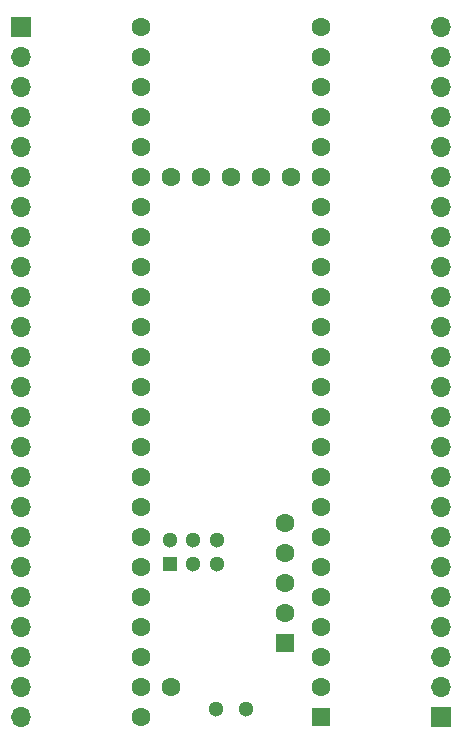
<source format=gbr>
%TF.GenerationSoftware,KiCad,Pcbnew,8.0.4*%
%TF.CreationDate,2024-08-20T17:15:03+05:30*%
%TF.ProjectId,Teensy_breakout,5465656e-7379-45f6-9272-65616b6f7574,rev?*%
%TF.SameCoordinates,Original*%
%TF.FileFunction,Copper,L2,Bot*%
%TF.FilePolarity,Positive*%
%FSLAX46Y46*%
G04 Gerber Fmt 4.6, Leading zero omitted, Abs format (unit mm)*
G04 Created by KiCad (PCBNEW 8.0.4) date 2024-08-20 17:15:03*
%MOMM*%
%LPD*%
G01*
G04 APERTURE LIST*
%TA.AperFunction,ComponentPad*%
%ADD10O,1.700000X1.700000*%
%TD*%
%TA.AperFunction,ComponentPad*%
%ADD11R,1.700000X1.700000*%
%TD*%
%TA.AperFunction,ComponentPad*%
%ADD12R,1.600000X1.600000*%
%TD*%
%TA.AperFunction,ComponentPad*%
%ADD13C,1.600000*%
%TD*%
%TA.AperFunction,ComponentPad*%
%ADD14R,1.300000X1.300000*%
%TD*%
%TA.AperFunction,ComponentPad*%
%ADD15C,1.300000*%
%TD*%
G04 APERTURE END LIST*
D10*
%TO.P,J2,24,Pin_24*%
%TO.N,Net-(J2-Pin_24)*%
X137160000Y-121920000D03*
%TO.P,J2,23,Pin_23*%
%TO.N,Net-(J2-Pin_23)*%
X137160000Y-119380000D03*
%TO.P,J2,22,Pin_22*%
%TO.N,Net-(J2-Pin_22)*%
X137160000Y-116840000D03*
%TO.P,J2,21,Pin_21*%
%TO.N,Net-(J2-Pin_21)*%
X137160000Y-114300000D03*
%TO.P,J2,20,Pin_20*%
%TO.N,Net-(J2-Pin_20)*%
X137160000Y-111760000D03*
%TO.P,J2,19,Pin_19*%
%TO.N,Net-(J2-Pin_19)*%
X137160000Y-109220000D03*
%TO.P,J2,18,Pin_18*%
%TO.N,Net-(J2-Pin_18)*%
X137160000Y-106680000D03*
%TO.P,J2,17,Pin_17*%
%TO.N,Net-(J2-Pin_17)*%
X137160000Y-104140000D03*
%TO.P,J2,16,Pin_16*%
%TO.N,Net-(J2-Pin_16)*%
X137160000Y-101600000D03*
%TO.P,J2,15,Pin_15*%
%TO.N,Net-(J2-Pin_15)*%
X137160000Y-99060000D03*
%TO.P,J2,14,Pin_14*%
%TO.N,Net-(J2-Pin_14)*%
X137160000Y-96520000D03*
%TO.P,J2,13,Pin_13*%
%TO.N,Net-(J2-Pin_13)*%
X137160000Y-93980000D03*
%TO.P,J2,12,Pin_12*%
%TO.N,Net-(J2-Pin_12)*%
X137160000Y-91440000D03*
%TO.P,J2,11,Pin_11*%
%TO.N,Net-(J2-Pin_11)*%
X137160000Y-88900000D03*
%TO.P,J2,10,Pin_10*%
%TO.N,Net-(J2-Pin_10)*%
X137160000Y-86360000D03*
%TO.P,J2,9,Pin_9*%
%TO.N,Net-(J2-Pin_9)*%
X137160000Y-83820000D03*
%TO.P,J2,8,Pin_8*%
%TO.N,Net-(J2-Pin_8)*%
X137160000Y-81280000D03*
%TO.P,J2,7,Pin_7*%
%TO.N,Net-(J2-Pin_7)*%
X137160000Y-78740000D03*
%TO.P,J2,6,Pin_6*%
%TO.N,Net-(J2-Pin_6)*%
X137160000Y-76200000D03*
%TO.P,J2,5,Pin_5*%
%TO.N,Net-(J2-Pin_5)*%
X137160000Y-73660000D03*
%TO.P,J2,4,Pin_4*%
%TO.N,Net-(J2-Pin_4)*%
X137160000Y-71120000D03*
%TO.P,J2,3,Pin_3*%
%TO.N,Net-(J2-Pin_3)*%
X137160000Y-68580000D03*
%TO.P,J2,2,Pin_2*%
%TO.N,Net-(J2-Pin_2)*%
X137160000Y-66040000D03*
D11*
%TO.P,J2,1,Pin_1*%
%TO.N,Net-(J2-Pin_1)*%
X137160000Y-63500000D03*
%TD*%
%TO.P,J1,1,Pin_1*%
%TO.N,Net-(J1-Pin_1)*%
X172720000Y-121920000D03*
D10*
%TO.P,J1,2,Pin_2*%
%TO.N,Net-(J1-Pin_2)*%
X172720000Y-119380000D03*
%TO.P,J1,3,Pin_3*%
%TO.N,Net-(J1-Pin_3)*%
X172720000Y-116840000D03*
%TO.P,J1,4,Pin_4*%
%TO.N,Net-(J1-Pin_4)*%
X172720000Y-114300000D03*
%TO.P,J1,5,Pin_5*%
%TO.N,Net-(J1-Pin_5)*%
X172720000Y-111760000D03*
%TO.P,J1,6,Pin_6*%
%TO.N,Net-(J1-Pin_6)*%
X172720000Y-109220000D03*
%TO.P,J1,7,Pin_7*%
%TO.N,Net-(J1-Pin_7)*%
X172720000Y-106680000D03*
%TO.P,J1,8,Pin_8*%
%TO.N,Net-(J1-Pin_8)*%
X172720000Y-104140000D03*
%TO.P,J1,9,Pin_9*%
%TO.N,Net-(J1-Pin_9)*%
X172720000Y-101600000D03*
%TO.P,J1,10,Pin_10*%
%TO.N,Net-(J1-Pin_10)*%
X172720000Y-99060000D03*
%TO.P,J1,11,Pin_11*%
%TO.N,Net-(J1-Pin_11)*%
X172720000Y-96520000D03*
%TO.P,J1,12,Pin_12*%
%TO.N,Net-(J1-Pin_12)*%
X172720000Y-93980000D03*
%TO.P,J1,13,Pin_13*%
%TO.N,Net-(J1-Pin_13)*%
X172720000Y-91440000D03*
%TO.P,J1,14,Pin_14*%
%TO.N,Net-(J1-Pin_14)*%
X172720000Y-88900000D03*
%TO.P,J1,15,Pin_15*%
%TO.N,Net-(J1-Pin_15)*%
X172720000Y-86360000D03*
%TO.P,J1,16,Pin_16*%
%TO.N,Net-(J1-Pin_16)*%
X172720000Y-83820000D03*
%TO.P,J1,17,Pin_17*%
%TO.N,Net-(J1-Pin_17)*%
X172720000Y-81280000D03*
%TO.P,J1,18,Pin_18*%
%TO.N,Net-(J1-Pin_18)*%
X172720000Y-78740000D03*
%TO.P,J1,19,Pin_19*%
%TO.N,Net-(J1-Pin_19)*%
X172720000Y-76200000D03*
%TO.P,J1,20,Pin_20*%
%TO.N,Net-(J1-Pin_20)*%
X172720000Y-73660000D03*
%TO.P,J1,21,Pin_21*%
%TO.N,Net-(J1-Pin_21)*%
X172720000Y-71120000D03*
%TO.P,J1,22,Pin_22*%
%TO.N,Net-(J1-Pin_22)*%
X172720000Y-68580000D03*
%TO.P,J1,23,Pin_23*%
%TO.N,Net-(J1-Pin_23)*%
X172720000Y-66040000D03*
%TO.P,J1,24,Pin_24*%
%TO.N,Net-(J1-Pin_24)*%
X172720000Y-63500000D03*
%TD*%
D12*
%TO.P,U1,1,GND*%
%TO.N,Net-(J1-Pin_1)*%
X162560000Y-121920000D03*
D13*
%TO.P,U1,2,0_RX1_CRX2_CS1*%
%TO.N,Net-(J1-Pin_2)*%
X162560000Y-119380000D03*
%TO.P,U1,3,1_TX1_CTX2_MISO1*%
%TO.N,Net-(J1-Pin_3)*%
X162560000Y-116840000D03*
%TO.P,U1,4,2_OUT2*%
%TO.N,Net-(J1-Pin_4)*%
X162560000Y-114300000D03*
%TO.P,U1,5,3_LRCLK2*%
%TO.N,Net-(J1-Pin_5)*%
X162560000Y-111760000D03*
%TO.P,U1,6,4_BCLK2*%
%TO.N,Net-(J1-Pin_6)*%
X162560000Y-109220000D03*
%TO.P,U1,7,5_IN2*%
%TO.N,Net-(J1-Pin_7)*%
X162560000Y-106680000D03*
%TO.P,U1,8,6_OUT1D*%
%TO.N,Net-(J1-Pin_8)*%
X162560000Y-104140000D03*
%TO.P,U1,9,7_RX2_OUT1A*%
%TO.N,Net-(J1-Pin_9)*%
X162560000Y-101600000D03*
%TO.P,U1,10,8_TX2_IN1*%
%TO.N,Net-(J1-Pin_10)*%
X162560000Y-99060000D03*
%TO.P,U1,11,9_OUT1C*%
%TO.N,Net-(J1-Pin_11)*%
X162560000Y-96520000D03*
%TO.P,U1,12,10_CS_MQSR*%
%TO.N,Net-(J1-Pin_12)*%
X162560000Y-93980000D03*
%TO.P,U1,13,11_MOSI_CTX1*%
%TO.N,Net-(J1-Pin_13)*%
X162560000Y-91440000D03*
%TO.P,U1,14,12_MISO_MQSL*%
%TO.N,Net-(J1-Pin_14)*%
X162560000Y-88900000D03*
%TO.P,U1,15,3V3*%
%TO.N,Net-(J1-Pin_15)*%
X162560000Y-86360000D03*
%TO.P,U1,16,24_A10_TX6_SCL2*%
%TO.N,Net-(J1-Pin_16)*%
X162560000Y-83820000D03*
%TO.P,U1,17,25_A11_RX6_SDA2*%
%TO.N,Net-(J1-Pin_17)*%
X162560000Y-81280000D03*
%TO.P,U1,18,26_A12_MOSI1*%
%TO.N,Net-(J1-Pin_18)*%
X162560000Y-78740000D03*
%TO.P,U1,19,27_A13_SCK1*%
%TO.N,Net-(J1-Pin_19)*%
X162560000Y-76200000D03*
%TO.P,U1,20,28_RX7*%
%TO.N,Net-(J1-Pin_20)*%
X162560000Y-73660000D03*
%TO.P,U1,21,29_TX7*%
%TO.N,Net-(J1-Pin_21)*%
X162560000Y-71120000D03*
%TO.P,U1,22,30_CRX3*%
%TO.N,Net-(J1-Pin_22)*%
X162560000Y-68580000D03*
%TO.P,U1,23,31_CTX3*%
%TO.N,Net-(J1-Pin_23)*%
X162560000Y-66040000D03*
%TO.P,U1,24,32_OUT1B*%
%TO.N,Net-(J1-Pin_24)*%
X162560000Y-63500000D03*
%TO.P,U1,25,33_MCLK2*%
%TO.N,Net-(J2-Pin_1)*%
X147320000Y-63500000D03*
%TO.P,U1,26,34_RX8*%
%TO.N,Net-(J2-Pin_2)*%
X147320000Y-66040000D03*
%TO.P,U1,27,35_TX8*%
%TO.N,Net-(J2-Pin_3)*%
X147320000Y-68580000D03*
%TO.P,U1,28,36_CS*%
%TO.N,Net-(J2-Pin_4)*%
X147320000Y-71120000D03*
%TO.P,U1,29,37_CS*%
%TO.N,Net-(J2-Pin_5)*%
X147320000Y-73660000D03*
%TO.P,U1,30,38_CS1_IN1*%
%TO.N,Net-(J2-Pin_6)*%
X147320000Y-76200000D03*
%TO.P,U1,31,39_MISO1_OUT1A*%
%TO.N,Net-(J2-Pin_7)*%
X147320000Y-78740000D03*
%TO.P,U1,32,40_A16*%
%TO.N,Net-(J2-Pin_8)*%
X147320000Y-81280000D03*
%TO.P,U1,33,41_A17*%
%TO.N,Net-(J2-Pin_9)*%
X147320000Y-83820000D03*
%TO.P,U1,34,GND*%
%TO.N,Net-(J2-Pin_10)*%
X147320000Y-86360000D03*
%TO.P,U1,35,13_SCK_LED*%
%TO.N,Net-(J2-Pin_11)*%
X147320000Y-88900000D03*
%TO.P,U1,36,14_A0_TX3_SPDIF_OUT*%
%TO.N,Net-(J2-Pin_12)*%
X147320000Y-91440000D03*
%TO.P,U1,37,15_A1_RX3_SPDIF_IN*%
%TO.N,Net-(J2-Pin_13)*%
X147320000Y-93980000D03*
%TO.P,U1,38,16_A2_RX4_SCL1*%
%TO.N,Net-(J2-Pin_14)*%
X147320000Y-96520000D03*
%TO.P,U1,39,17_A3_TX4_SDA1*%
%TO.N,Net-(J2-Pin_15)*%
X147320000Y-99060000D03*
%TO.P,U1,40,18_A4_SDA*%
%TO.N,Net-(J2-Pin_16)*%
X147320000Y-101600000D03*
%TO.P,U1,41,19_A5_SCL*%
%TO.N,Net-(J2-Pin_17)*%
X147320000Y-104140000D03*
%TO.P,U1,42,20_A6_TX5_LRCLK1*%
%TO.N,Net-(J2-Pin_18)*%
X147320000Y-106680000D03*
%TO.P,U1,43,21_A7_RX5_BCLK1*%
%TO.N,Net-(J2-Pin_19)*%
X147320000Y-109220000D03*
%TO.P,U1,44,22_A8_CTX1*%
%TO.N,Net-(J2-Pin_20)*%
X147320000Y-111760000D03*
%TO.P,U1,45,23_A9_CRX1_MCLK1*%
%TO.N,Net-(J2-Pin_21)*%
X147320000Y-114300000D03*
%TO.P,U1,46,3V3*%
%TO.N,Net-(J2-Pin_22)*%
X147320000Y-116840000D03*
%TO.P,U1,47,GND*%
%TO.N,Net-(J2-Pin_23)*%
X147320000Y-119380000D03*
%TO.P,U1,48,VIN*%
%TO.N,Net-(J2-Pin_24)*%
X147320000Y-121920000D03*
%TO.P,U1,49,VUSB*%
%TO.N,unconnected-(U1-VUSB-Pad49)*%
X149860000Y-119380000D03*
%TO.P,U1,50,VBAT*%
%TO.N,unconnected-(U1-VBAT-Pad50)*%
X160020000Y-76200000D03*
%TO.P,U1,51,3V3*%
%TO.N,unconnected-(U1-3V3-Pad51)*%
X157480000Y-76200000D03*
%TO.P,U1,52,GND*%
%TO.N,unconnected-(U1-GND-Pad52)*%
X154940000Y-76200000D03*
%TO.P,U1,53,PROGRAM*%
%TO.N,unconnected-(U1-PROGRAM-Pad53)*%
X152400000Y-76200000D03*
%TO.P,U1,54,ON_OFF*%
%TO.N,unconnected-(U1-ON_OFF-Pad54)*%
X149860000Y-76200000D03*
D12*
%TO.P,U1,55,5V*%
%TO.N,unconnected-(U1-5V-Pad55)*%
X159509200Y-115620800D03*
D13*
%TO.P,U1,56,D-*%
%TO.N,unconnected-(U1-D--Pad56)*%
X159509200Y-113080800D03*
%TO.P,U1,57,D+*%
%TO.N,unconnected-(U1-D+-Pad57)*%
X159509200Y-110540800D03*
%TO.P,U1,58,GND*%
%TO.N,unconnected-(U1-GND-Pad58)*%
X159509200Y-108000800D03*
%TO.P,U1,59,GND*%
%TO.N,unconnected-(U1-GND-Pad59)*%
X159509200Y-105460800D03*
D14*
%TO.P,U1,60,R+*%
%TO.N,unconnected-(U1-R+-Pad60)*%
X149758400Y-108950000D03*
D15*
%TO.P,U1,61,LED*%
%TO.N,unconnected-(U1-LED-Pad61)*%
X151758400Y-108950000D03*
%TO.P,U1,62,T-*%
%TO.N,unconnected-(U1-T--Pad62)*%
X153758400Y-108950000D03*
%TO.P,U1,63,T+*%
%TO.N,unconnected-(U1-T+-Pad63)*%
X153758400Y-106950000D03*
%TO.P,U1,64,GND*%
%TO.N,unconnected-(U1-GND-Pad64)*%
X151758400Y-106950000D03*
%TO.P,U1,65,R-*%
%TO.N,unconnected-(U1-R--Pad65)*%
X149758400Y-106950000D03*
%TO.P,U1,66,D-*%
%TO.N,unconnected-(U1-D--Pad66)*%
X153670000Y-121190000D03*
%TO.P,U1,67,D+*%
%TO.N,unconnected-(U1-D+-Pad67)*%
X156210000Y-121190000D03*
%TD*%
M02*

</source>
